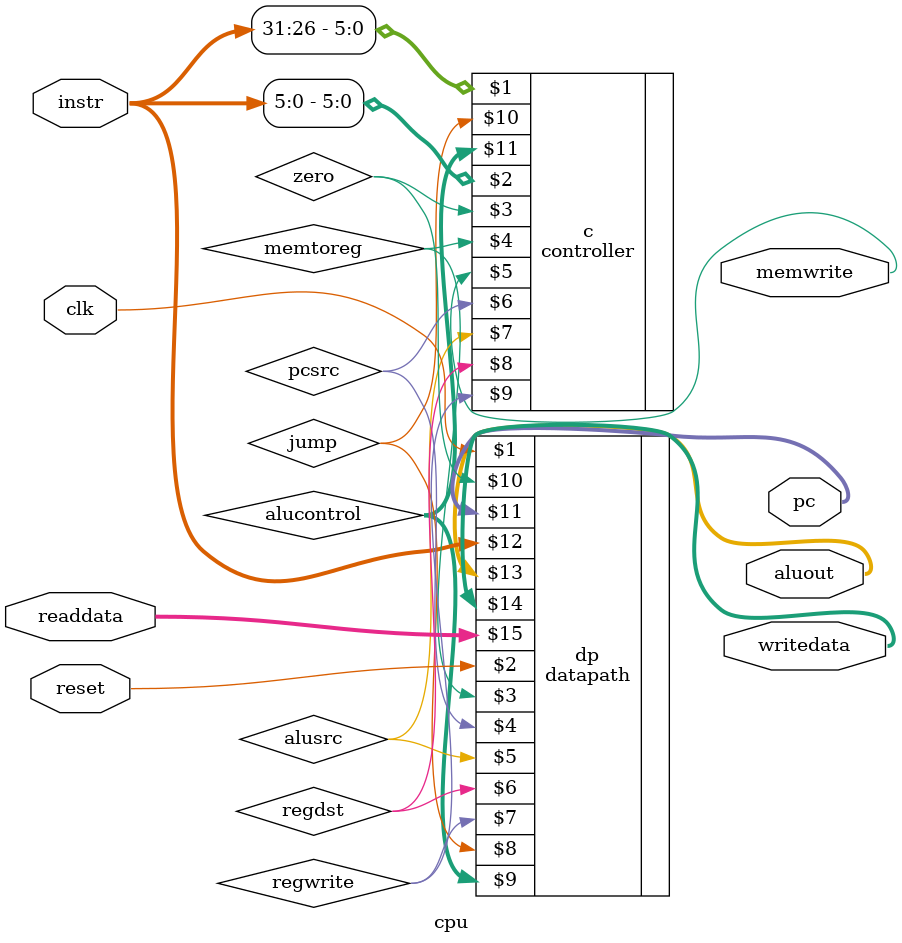
<source format=sv>
`ifndef CPU
`define CPU

`timescale 1ns/100ps

`include "../controller/controller.sv"
`include "../datapath/datapath.sv"

module cpu
    #(parameter n = 32)(
    //
    // ---------------- PORT DEFINITIONS ----------------
    //
    input  logic           clk, reset,
    output logic [(n-1):0] pc,
    input  logic [(n-1):0] instr,
    output logic           memwrite,
    output logic [(n-1):0] aluout, writedata,
    input  logic [(n-1):0] readdata
);
    //
    // ---------------- MODULE DESIGN IMPLEMENTATION ----------------
    //

    // cpu internal components
    logic       memtoreg, alusrc, regdst, regwrite, jump, pcsrc, zero;
    logic [2:0] alucontrol;
    
    controller c(instr[(31):26], instr[5:0], zero,
                    memtoreg, memwrite, pcsrc,
                    alusrc, regdst, regwrite, jump,
                    alucontrol);

    datapath dp(clk, reset, memtoreg, pcsrc,
                    alusrc, regdst, regwrite, jump,
                    alucontrol,
                    zero, pc, instr,
                    aluout, writedata, readdata);

endmodule

`endif // CPU
</source>
